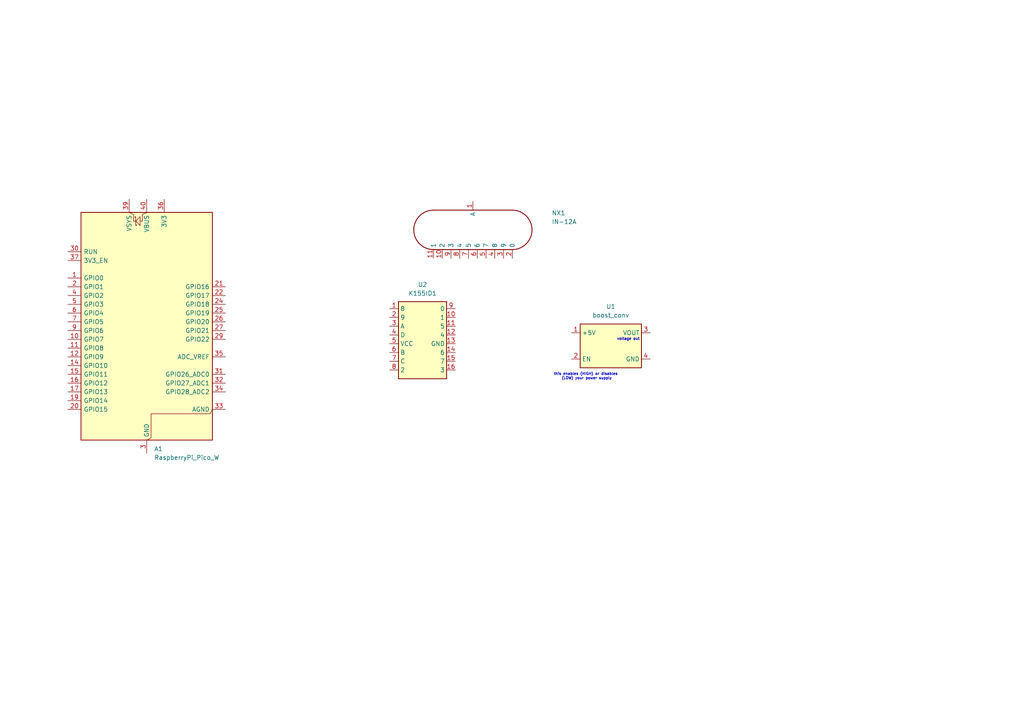
<source format=kicad_sch>
(kicad_sch (version 20250114) (generator "eeschema") (generator_version "9.0")
  (paper "A4")
  (lib_symbols
    (symbol "IN-12:IN-12"
      (property "Reference" "NX" (at 20.828 0.254 0))
      (property "Value" "IN-12A" (at -8.636 8.128 0))
      (symbol "IN-12_0_1"
        (polyline (pts (xy -10.16 13.716) (xy -10.16 13.716)))
        (arc (start -10.16 -5.08) (mid -15.875 0.635) (end -10.16 6.35) (stroke (width 0.254)))
        (polyline (pts (xy -10.16 -5.08) (xy 12.7 -5.08)) (stroke (width 0.254)))
        (polyline (pts (xy 12.7 6.35) (xy -10.16 6.35)) (stroke (width 0.254)))
        (arc (start 12.7 6.35) (mid 18.415 0.635) (end 12.7 -5.08) (stroke (width 0.254)))
        (polyline (pts (xy 22.86 6.35) (xy 22.86 6.35)))
      )
      (symbol "IN-12_1_1"
        (pin bidirectional line (at -10.16 -7.62 90) (length 2.54) (name "1") (number "11"))
        (pin bidirectional line (at -7.62 -7.62 90) (length 2.54) (name "2") (number "10"))
        (pin bidirectional line (at -5.08 -7.62 90) (length 2.54) (name "3") (number "9"))
        (pin bidirectional line (at -2.54 -7.62 90) (length 2.54) (name "4") (number "8"))
        (pin bidirectional line (at 0 -7.62 90) (length 2.54) (name "5") (number "7"))
        (pin bidirectional line (at 1.27 8.89 270) (length 2.54) (name "A") (number "1"))
        (pin bidirectional line (at 2.54 -7.62 90) (length 2.54) (name "6") (number "6"))
        (pin bidirectional line (at 5.08 -7.62 90) (length 2.54) (name "7") (number "5"))
        (pin bidirectional line (at 7.62 -7.62 90) (length 2.54) (name "8") (number "4"))
        (pin bidirectional line (at 10.16 -7.62 90) (length 2.54) (name "9") (number "3"))
        (pin bidirectional line (at 12.7 -7.62 90) (length 2.54) (name "0") (number "2"))
      )
    )
    (symbol "K155ID1:K155ID1"
      (property "Reference" "U" (at -0.254 -7.874 0))
      (property "Value" "K155ID1" (at 0.762 17.78 0))
      (symbol "K155ID1_0_1"
        (rectangle (start -6.35 16.002) (end 7.62 -6.35) (stroke (width 0.254)) (fill (type background)))
      )
      (symbol "K155ID1_1_1"
        (pin bidirectional line (at -8.89 13.97 0) (length 2.54) (name "8") (number "1"))
        (pin bidirectional line (at -8.89 11.43 0) (length 2.54) (name "9") (number "2"))
        (pin bidirectional line (at -8.89 8.89 0) (length 2.54) (name "A") (number "3"))
        (pin bidirectional line (at -8.89 6.35 0) (length 2.54) (name "D") (number "4"))
        (pin bidirectional line (at -8.89 3.81 0) (length 2.54) (name "VCC") (number "5"))
        (pin bidirectional line (at -8.89 1.27 0) (length 2.54) (name "B") (number "6"))
        (pin bidirectional line (at -8.89 -1.27 0) (length 2.54) (name "C") (number "7"))
        (pin bidirectional line (at -8.89 -3.81 0) (length 2.54) (name "2") (number "8"))
        (pin bidirectional line (at 10.16 13.97 180) (length 2.54) (name "0") (number "9"))
        (pin bidirectional line (at 10.16 11.43 180) (length 2.54) (name "1") (number "10"))
        (pin bidirectional line (at 10.16 8.89 180) (length 2.54) (name "5") (number "11"))
        (pin bidirectional line (at 10.16 6.35 180) (length 2.54) (name "4") (number "12"))
        (pin bidirectional line (at 10.16 3.81 180) (length 2.54) (name "GND") (number "13"))
        (pin bidirectional line (at 10.16 1.27 180) (length 2.54) (name "6") (number "14"))
        (pin bidirectional line (at 10.16 -1.27 180) (length 2.54) (name "7") (number "15"))
        (pin bidirectional line (at 10.16 -3.81 180) (length 2.54) (name "3") (number "16"))
      )
    )
    (symbol "MCU_Module:RaspberryPi_Pico_W" (pin_names (offset 0.762))
      (property "Reference" "A" (at -19.05 35.56 0))
      (property "Value" "RaspberryPi_Pico_W" (at 7.62 35.56 0))
      (symbol "RaspberryPi_Pico_W_0_1"
        (rectangle (start -19.05 34.29) (end 19.05 -31.75) (stroke (width 0.254)) (fill (type background)))
        (polyline (pts (xy -5.08 34.29) (xy -3.81 33.655) (xy -3.81 31.75) (xy -3.175 31.75)))
        (polyline (pts (xy -3.429 32.766) (xy -3.429 33.02) (xy -3.175 33.02) (xy -3.175 30.48) (xy -2.921 30.48) (xy -2.921 30.734)))
        (polyline (pts (xy -3.175 31.75) (xy -1.905 33.02) (xy -1.905 30.48) (xy -3.175 31.75)))
        (polyline (pts (xy 0 34.29) (xy -1.27 33.655) (xy -1.27 31.75) (xy -1.905 31.75)))
        (polyline (pts (xy 0 -31.75) (xy 1.27 -31.115) (xy 1.27 -24.13) (xy 18.415 -24.13) (xy 19.05 -22.86)))
      )
      (symbol "RaspberryPi_Pico_W_1_1"
        (pin passive line (at -22.86 22.86 0) (length 3.81) (name "RUN") (number "30"))
        (pin passive line (at -22.86 20.32 0) (length 3.81) (name "3V3_EN") (number "37"))
        (pin bidirectional line (at -22.86 15.24 0) (length 3.81) (name "GPIO0") (number "1"))
        (pin bidirectional line (at -22.86 12.7 0) (length 3.81) (name "GPIO1") (number "2"))
        (pin bidirectional line (at -22.86 10.16 0) (length 3.81) (name "GPIO2") (number "4"))
        (pin bidirectional line (at -22.86 7.62 0) (length 3.81) (name "GPIO3") (number "5"))
        (pin bidirectional line (at -22.86 5.08 0) (length 3.81) (name "GPIO4") (number "6"))
        (pin bidirectional line (at -22.86 2.54 0) (length 3.81) (name "GPIO5") (number "7"))
        (pin bidirectional line (at -22.86 0 0) (length 3.81) (name "GPIO6") (number "9"))
        (pin bidirectional line (at -22.86 -2.54 0) (length 3.81) (name "GPIO7") (number "10"))
        (pin bidirectional line (at -22.86 -5.08 0) (length 3.81) (name "GPIO8") (number "11"))
        (pin bidirectional line (at -22.86 -7.62 0) (length 3.81) (name "GPIO9") (number "12"))
        (pin bidirectional line (at -22.86 -10.16 0) (length 3.81) (name "GPIO10") (number "14"))
        (pin bidirectional line (at -22.86 -12.7 0) (length 3.81) (name "GPIO11") (number "15"))
        (pin bidirectional line (at -22.86 -15.24 0) (length 3.81) (name "GPIO12") (number "16"))
        (pin bidirectional line (at -22.86 -17.78 0) (length 3.81) (name "GPIO13") (number "17"))
        (pin bidirectional line (at -22.86 -20.32 0) (length 3.81) (name "GPIO14") (number "19"))
        (pin bidirectional line (at -22.86 -22.86 0) (length 3.81) (name "GPIO15") (number "20"))
        (pin power_in line (at -5.08 38.1 270) (length 3.81) (name "VSYS") (number "39"))
        (pin power_out line (at 0 38.1 270) (length 3.81) (name "VBUS") (number "40"))
        (pin passive line (at 0 -35.56 90) (length 3.81) (hide yes) (name "GND") (number "13"))
        (pin passive line (at 0 -35.56 90) (length 3.81) (hide yes) (name "GND") (number "18"))
        (pin passive line (at 0 -35.56 90) (length 3.81) (hide yes) (name "GND") (number "23"))
        (pin passive line (at 0 -35.56 90) (length 3.81) (hide yes) (name "GND") (number "28"))
        (pin power_out line (at 0 -35.56 90) (length 3.81) (name "GND") (number "3"))
        (pin passive line (at 0 -35.56 90) (length 3.81) (hide yes) (name "GND") (number "38"))
        (pin passive line (at 0 -35.56 90) (length 3.81) (hide yes) (name "GND") (number "8"))
        (pin power_out line (at 5.08 38.1 270) (length 3.81) (name "3V3") (number "36"))
        (pin bidirectional line (at 22.86 12.7 180) (length 3.81) (name "GPIO16") (number "21"))
        (pin bidirectional line (at 22.86 10.16 180) (length 3.81) (name "GPIO17") (number "22"))
        (pin bidirectional line (at 22.86 7.62 180) (length 3.81) (name "GPIO18") (number "24"))
        (pin bidirectional line (at 22.86 5.08 180) (length 3.81) (name "GPIO19") (number "25"))
        (pin bidirectional line (at 22.86 2.54 180) (length 3.81) (name "GPIO20") (number "26"))
        (pin bidirectional line (at 22.86 0 180) (length 3.81) (name "GPIO21") (number "27"))
        (pin bidirectional line (at 22.86 -2.54 180) (length 3.81) (name "GPIO22") (number "29"))
        (pin power_in line (at 22.86 -7.62 180) (length 3.81) (name "ADC_VREF") (number "35"))
        (pin bidirectional line (at 22.86 -12.7 180) (length 3.81) (name "GPIO26_ADC0") (number "31"))
        (pin bidirectional line (at 22.86 -15.24 180) (length 3.81) (name "GPIO27_ADC1") (number "32"))
        (pin bidirectional line (at 22.86 -17.78 180) (length 3.81) (name "GPIO28_ADC2") (number "34"))
        (pin power_out line (at 22.86 -22.86 180) (length 3.81) (name "AGND") (number "33"))
      )
    )
    (symbol "boost_converter:boost_conv"
      (property "Reference" "U" (at -1.016 -8.128 0))
      (property "Value" "boost_conv" (at 0 7.874 0))
      (symbol "boost_conv_0_1"
        (rectangle (start -8.89 6.35) (end 8.89 -6.35) (stroke (width 0.254)) (fill (type background)))
      )
      (symbol "boost_conv_1_1"
        (pin bidirectional line (at -11.43 3.81 0) (length 2.54) (name "+5V") (number "1"))
        (pin bidirectional line (at -11.43 -3.81 0) (length 2.54) (name "EN") (number "2"))
        (pin bidirectional line (at 11.43 3.81 180) (length 2.54) (name "VOUT") (number "3"))
        (pin bidirectional line (at 11.43 -3.81 180) (length 2.54) (name "GND") (number "4"))
      )
    )
  )
  (text "voltage out" (at 182.245 98.425 0) (effects (font (size 0.762 0.762))))
  (text "this enables (HIGH) or disables \n(LOW) your power supply" (at 170.18 109.22 0) (effects (font (size 0.762 0.762))))
  (symbol (lib_id "boost_converter:boost_conv") (at 177.165 100.33 0) (unit 1)
    (property "Reference" "U1" (at 177.165 88.9 0))
    (property "Value" "boost_conv" (at 177.165 91.44 0))
    (property "Footprint" "footprints:boost_conv" (effects (hide yes)))
  )
  (symbol (lib_id "MCU_Module:RaspberryPi_Pico_W") (at 42.545 95.885 0) (unit 1)
    (property "Reference" "A1" (at 44.6883 130.175 0) (effects (justify left)))
    (property "Value" "RaspberryPi_Pico_W" (at 44.6883 132.715 0) (effects (justify left)))
    (property "Footprint" "Module:RaspberryPi_Pico_W_SMD_HandSolder" (effects (hide yes)))
    (property "Datasheet" "https://datasheets.raspberrypi.com/picow/pico-w-datasheet.pdf" (effects (hide yes)))
    (property "Description" "Versatile and inexpensive wireless microcontroller module powered by RP2040 dual-core Arm Cortex-M0+ processor up to 133 MHz, 264kB SRAM, 2MB QSPI flash, Infineon CYW43439 2.4GHz 802.11n wireless LAN; also supports Raspberry Pi Pico 2 W" (effects (hide yes)))
  )
  (symbol (lib_id "IN-12:IN-12") (at 135.89 67.31 0) (unit 1)
    (property "Reference" "NX1" (at 160.02 61.7854 0) (effects (justify left)))
    (property "Value" "IN-12A" (at 160.02 64.3254 0) (effects (justify left)))
    (property "Footprint" "footprints:IN-12" (effects (hide yes)))
  )
  (symbol (lib_id "K155ID1:K155ID1") (at 121.92 103.505 0) (unit 1)
    (property "Reference" "U2" (at 122.555 82.55 0))
    (property "Value" "K155ID1" (at 122.555 85.09 0))
    (property "Footprint" "footprints:K155ID1" (effects (hide yes)))
  )
)
</source>
